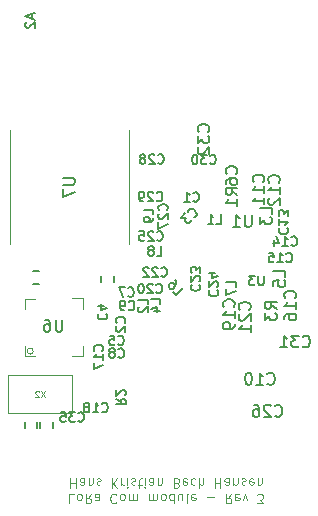
<source format=gbr>
G04 #@! TF.GenerationSoftware,KiCad,Pcbnew,(5.1.6)-1*
G04 #@! TF.CreationDate,2022-09-01T14:03:48+02:00*
G04 #@! TF.ProjectId,LoRa_Balloon,4c6f5261-5f42-4616-9c6c-6f6f6e2e6b69,2*
G04 #@! TF.SameCoordinates,Original*
G04 #@! TF.FileFunction,Legend,Bot*
G04 #@! TF.FilePolarity,Positive*
%FSLAX46Y46*%
G04 Gerber Fmt 4.6, Leading zero omitted, Abs format (unit mm)*
G04 Created by KiCad (PCBNEW (5.1.6)-1) date 2022-09-01 14:03:48*
%MOMM*%
%LPD*%
G01*
G04 APERTURE LIST*
%ADD10C,0.100000*%
%ADD11C,0.120000*%
%ADD12C,0.080000*%
%ADD13C,0.150000*%
%ADD14C,0.125000*%
G04 APERTURE END LIST*
D10*
X107209523Y-145288095D02*
X106828571Y-145288095D01*
X106828571Y-146088095D01*
X107590476Y-145288095D02*
X107514285Y-145326190D01*
X107476190Y-145364285D01*
X107438095Y-145440476D01*
X107438095Y-145669047D01*
X107476190Y-145745238D01*
X107514285Y-145783333D01*
X107590476Y-145821428D01*
X107704761Y-145821428D01*
X107780952Y-145783333D01*
X107819047Y-145745238D01*
X107857142Y-145669047D01*
X107857142Y-145440476D01*
X107819047Y-145364285D01*
X107780952Y-145326190D01*
X107704761Y-145288095D01*
X107590476Y-145288095D01*
X108657142Y-145288095D02*
X108390476Y-145669047D01*
X108200000Y-145288095D02*
X108200000Y-146088095D01*
X108504761Y-146088095D01*
X108580952Y-146050000D01*
X108619047Y-146011904D01*
X108657142Y-145935714D01*
X108657142Y-145821428D01*
X108619047Y-145745238D01*
X108580952Y-145707142D01*
X108504761Y-145669047D01*
X108200000Y-145669047D01*
X109342857Y-145288095D02*
X109342857Y-145707142D01*
X109304761Y-145783333D01*
X109228571Y-145821428D01*
X109076190Y-145821428D01*
X109000000Y-145783333D01*
X109342857Y-145326190D02*
X109266666Y-145288095D01*
X109076190Y-145288095D01*
X109000000Y-145326190D01*
X108961904Y-145402380D01*
X108961904Y-145478571D01*
X109000000Y-145554761D01*
X109076190Y-145592857D01*
X109266666Y-145592857D01*
X109342857Y-145630952D01*
X110790476Y-145364285D02*
X110752380Y-145326190D01*
X110638095Y-145288095D01*
X110561904Y-145288095D01*
X110447619Y-145326190D01*
X110371428Y-145402380D01*
X110333333Y-145478571D01*
X110295238Y-145630952D01*
X110295238Y-145745238D01*
X110333333Y-145897619D01*
X110371428Y-145973809D01*
X110447619Y-146050000D01*
X110561904Y-146088095D01*
X110638095Y-146088095D01*
X110752380Y-146050000D01*
X110790476Y-146011904D01*
X111247619Y-145288095D02*
X111171428Y-145326190D01*
X111133333Y-145364285D01*
X111095238Y-145440476D01*
X111095238Y-145669047D01*
X111133333Y-145745238D01*
X111171428Y-145783333D01*
X111247619Y-145821428D01*
X111361904Y-145821428D01*
X111438095Y-145783333D01*
X111476190Y-145745238D01*
X111514285Y-145669047D01*
X111514285Y-145440476D01*
X111476190Y-145364285D01*
X111438095Y-145326190D01*
X111361904Y-145288095D01*
X111247619Y-145288095D01*
X111857142Y-145288095D02*
X111857142Y-145821428D01*
X111857142Y-145745238D02*
X111895238Y-145783333D01*
X111971428Y-145821428D01*
X112085714Y-145821428D01*
X112161904Y-145783333D01*
X112200000Y-145707142D01*
X112200000Y-145288095D01*
X112200000Y-145707142D02*
X112238095Y-145783333D01*
X112314285Y-145821428D01*
X112428571Y-145821428D01*
X112504761Y-145783333D01*
X112542857Y-145707142D01*
X112542857Y-145288095D01*
X113533333Y-145288095D02*
X113533333Y-145821428D01*
X113533333Y-145745238D02*
X113571428Y-145783333D01*
X113647619Y-145821428D01*
X113761904Y-145821428D01*
X113838095Y-145783333D01*
X113876190Y-145707142D01*
X113876190Y-145288095D01*
X113876190Y-145707142D02*
X113914285Y-145783333D01*
X113990476Y-145821428D01*
X114104761Y-145821428D01*
X114180952Y-145783333D01*
X114219047Y-145707142D01*
X114219047Y-145288095D01*
X114714285Y-145288095D02*
X114638095Y-145326190D01*
X114600000Y-145364285D01*
X114561904Y-145440476D01*
X114561904Y-145669047D01*
X114600000Y-145745238D01*
X114638095Y-145783333D01*
X114714285Y-145821428D01*
X114828571Y-145821428D01*
X114904761Y-145783333D01*
X114942857Y-145745238D01*
X114980952Y-145669047D01*
X114980952Y-145440476D01*
X114942857Y-145364285D01*
X114904761Y-145326190D01*
X114828571Y-145288095D01*
X114714285Y-145288095D01*
X115666666Y-145288095D02*
X115666666Y-146088095D01*
X115666666Y-145326190D02*
X115590476Y-145288095D01*
X115438095Y-145288095D01*
X115361904Y-145326190D01*
X115323809Y-145364285D01*
X115285714Y-145440476D01*
X115285714Y-145669047D01*
X115323809Y-145745238D01*
X115361904Y-145783333D01*
X115438095Y-145821428D01*
X115590476Y-145821428D01*
X115666666Y-145783333D01*
X116390476Y-145821428D02*
X116390476Y-145288095D01*
X116047619Y-145821428D02*
X116047619Y-145402380D01*
X116085714Y-145326190D01*
X116161904Y-145288095D01*
X116276190Y-145288095D01*
X116352380Y-145326190D01*
X116390476Y-145364285D01*
X116885714Y-145288095D02*
X116809523Y-145326190D01*
X116771428Y-145402380D01*
X116771428Y-146088095D01*
X117495238Y-145326190D02*
X117419047Y-145288095D01*
X117266666Y-145288095D01*
X117190476Y-145326190D01*
X117152380Y-145402380D01*
X117152380Y-145707142D01*
X117190476Y-145783333D01*
X117266666Y-145821428D01*
X117419047Y-145821428D01*
X117495238Y-145783333D01*
X117533333Y-145707142D01*
X117533333Y-145630952D01*
X117152380Y-145554761D01*
X118485714Y-145592857D02*
X119095238Y-145592857D01*
X120542857Y-145288095D02*
X120276190Y-145669047D01*
X120085714Y-145288095D02*
X120085714Y-146088095D01*
X120390476Y-146088095D01*
X120466666Y-146050000D01*
X120504761Y-146011904D01*
X120542857Y-145935714D01*
X120542857Y-145821428D01*
X120504761Y-145745238D01*
X120466666Y-145707142D01*
X120390476Y-145669047D01*
X120085714Y-145669047D01*
X121190476Y-145326190D02*
X121114285Y-145288095D01*
X120961904Y-145288095D01*
X120885714Y-145326190D01*
X120847619Y-145402380D01*
X120847619Y-145707142D01*
X120885714Y-145783333D01*
X120961904Y-145821428D01*
X121114285Y-145821428D01*
X121190476Y-145783333D01*
X121228571Y-145707142D01*
X121228571Y-145630952D01*
X120847619Y-145554761D01*
X121495238Y-145821428D02*
X121685714Y-145288095D01*
X121876190Y-145821428D01*
X122714285Y-146088095D02*
X123209523Y-146088095D01*
X122942857Y-145783333D01*
X123057142Y-145783333D01*
X123133333Y-145745238D01*
X123171428Y-145707142D01*
X123209523Y-145630952D01*
X123209523Y-145440476D01*
X123171428Y-145364285D01*
X123133333Y-145326190D01*
X123057142Y-145288095D01*
X122828571Y-145288095D01*
X122752380Y-145326190D01*
X122714285Y-145364285D01*
X106885714Y-143988095D02*
X106885714Y-144788095D01*
X106885714Y-144407142D02*
X107342857Y-144407142D01*
X107342857Y-143988095D02*
X107342857Y-144788095D01*
X108066666Y-143988095D02*
X108066666Y-144407142D01*
X108028571Y-144483333D01*
X107952380Y-144521428D01*
X107800000Y-144521428D01*
X107723809Y-144483333D01*
X108066666Y-144026190D02*
X107990476Y-143988095D01*
X107800000Y-143988095D01*
X107723809Y-144026190D01*
X107685714Y-144102380D01*
X107685714Y-144178571D01*
X107723809Y-144254761D01*
X107800000Y-144292857D01*
X107990476Y-144292857D01*
X108066666Y-144330952D01*
X108447619Y-144521428D02*
X108447619Y-143988095D01*
X108447619Y-144445238D02*
X108485714Y-144483333D01*
X108561904Y-144521428D01*
X108676190Y-144521428D01*
X108752380Y-144483333D01*
X108790476Y-144407142D01*
X108790476Y-143988095D01*
X109133333Y-144026190D02*
X109209523Y-143988095D01*
X109361904Y-143988095D01*
X109438095Y-144026190D01*
X109476190Y-144102380D01*
X109476190Y-144140476D01*
X109438095Y-144216666D01*
X109361904Y-144254761D01*
X109247619Y-144254761D01*
X109171428Y-144292857D01*
X109133333Y-144369047D01*
X109133333Y-144407142D01*
X109171428Y-144483333D01*
X109247619Y-144521428D01*
X109361904Y-144521428D01*
X109438095Y-144483333D01*
X110428571Y-143988095D02*
X110428571Y-144788095D01*
X110885714Y-143988095D02*
X110542857Y-144445238D01*
X110885714Y-144788095D02*
X110428571Y-144330952D01*
X111228571Y-143988095D02*
X111228571Y-144521428D01*
X111228571Y-144369047D02*
X111266666Y-144445238D01*
X111304761Y-144483333D01*
X111380952Y-144521428D01*
X111457142Y-144521428D01*
X111723809Y-143988095D02*
X111723809Y-144521428D01*
X111723809Y-144788095D02*
X111685714Y-144750000D01*
X111723809Y-144711904D01*
X111761904Y-144750000D01*
X111723809Y-144788095D01*
X111723809Y-144711904D01*
X112066666Y-144026190D02*
X112142857Y-143988095D01*
X112295238Y-143988095D01*
X112371428Y-144026190D01*
X112409523Y-144102380D01*
X112409523Y-144140476D01*
X112371428Y-144216666D01*
X112295238Y-144254761D01*
X112180952Y-144254761D01*
X112104761Y-144292857D01*
X112066666Y-144369047D01*
X112066666Y-144407142D01*
X112104761Y-144483333D01*
X112180952Y-144521428D01*
X112295238Y-144521428D01*
X112371428Y-144483333D01*
X112638095Y-144521428D02*
X112942857Y-144521428D01*
X112752380Y-144788095D02*
X112752380Y-144102380D01*
X112790476Y-144026190D01*
X112866666Y-143988095D01*
X112942857Y-143988095D01*
X113209523Y-143988095D02*
X113209523Y-144521428D01*
X113209523Y-144788095D02*
X113171428Y-144750000D01*
X113209523Y-144711904D01*
X113247619Y-144750000D01*
X113209523Y-144788095D01*
X113209523Y-144711904D01*
X113933333Y-143988095D02*
X113933333Y-144407142D01*
X113895238Y-144483333D01*
X113819047Y-144521428D01*
X113666666Y-144521428D01*
X113590476Y-144483333D01*
X113933333Y-144026190D02*
X113857142Y-143988095D01*
X113666666Y-143988095D01*
X113590476Y-144026190D01*
X113552380Y-144102380D01*
X113552380Y-144178571D01*
X113590476Y-144254761D01*
X113666666Y-144292857D01*
X113857142Y-144292857D01*
X113933333Y-144330952D01*
X114314285Y-144521428D02*
X114314285Y-143988095D01*
X114314285Y-144445238D02*
X114352380Y-144483333D01*
X114428571Y-144521428D01*
X114542857Y-144521428D01*
X114619047Y-144483333D01*
X114657142Y-144407142D01*
X114657142Y-143988095D01*
X115914285Y-144407142D02*
X116028571Y-144369047D01*
X116066666Y-144330952D01*
X116104761Y-144254761D01*
X116104761Y-144140476D01*
X116066666Y-144064285D01*
X116028571Y-144026190D01*
X115952380Y-143988095D01*
X115647619Y-143988095D01*
X115647619Y-144788095D01*
X115914285Y-144788095D01*
X115990476Y-144750000D01*
X116028571Y-144711904D01*
X116066666Y-144635714D01*
X116066666Y-144559523D01*
X116028571Y-144483333D01*
X115990476Y-144445238D01*
X115914285Y-144407142D01*
X115647619Y-144407142D01*
X116752380Y-144026190D02*
X116676190Y-143988095D01*
X116523809Y-143988095D01*
X116447619Y-144026190D01*
X116409523Y-144102380D01*
X116409523Y-144407142D01*
X116447619Y-144483333D01*
X116523809Y-144521428D01*
X116676190Y-144521428D01*
X116752380Y-144483333D01*
X116790476Y-144407142D01*
X116790476Y-144330952D01*
X116409523Y-144254761D01*
X117476190Y-144026190D02*
X117400000Y-143988095D01*
X117247619Y-143988095D01*
X117171428Y-144026190D01*
X117133333Y-144064285D01*
X117095238Y-144140476D01*
X117095238Y-144369047D01*
X117133333Y-144445238D01*
X117171428Y-144483333D01*
X117247619Y-144521428D01*
X117400000Y-144521428D01*
X117476190Y-144483333D01*
X117819047Y-143988095D02*
X117819047Y-144788095D01*
X118161904Y-143988095D02*
X118161904Y-144407142D01*
X118123809Y-144483333D01*
X118047619Y-144521428D01*
X117933333Y-144521428D01*
X117857142Y-144483333D01*
X117819047Y-144445238D01*
X119152380Y-143988095D02*
X119152380Y-144788095D01*
X119152380Y-144407142D02*
X119609523Y-144407142D01*
X119609523Y-143988095D02*
X119609523Y-144788095D01*
X120333333Y-143988095D02*
X120333333Y-144407142D01*
X120295238Y-144483333D01*
X120219047Y-144521428D01*
X120066666Y-144521428D01*
X119990476Y-144483333D01*
X120333333Y-144026190D02*
X120257142Y-143988095D01*
X120066666Y-143988095D01*
X119990476Y-144026190D01*
X119952380Y-144102380D01*
X119952380Y-144178571D01*
X119990476Y-144254761D01*
X120066666Y-144292857D01*
X120257142Y-144292857D01*
X120333333Y-144330952D01*
X120714285Y-144521428D02*
X120714285Y-143988095D01*
X120714285Y-144445238D02*
X120752380Y-144483333D01*
X120828571Y-144521428D01*
X120942857Y-144521428D01*
X121019047Y-144483333D01*
X121057142Y-144407142D01*
X121057142Y-143988095D01*
X121400000Y-144026190D02*
X121476190Y-143988095D01*
X121628571Y-143988095D01*
X121704761Y-144026190D01*
X121742857Y-144102380D01*
X121742857Y-144140476D01*
X121704761Y-144216666D01*
X121628571Y-144254761D01*
X121514285Y-144254761D01*
X121438095Y-144292857D01*
X121400000Y-144369047D01*
X121400000Y-144407142D01*
X121438095Y-144483333D01*
X121514285Y-144521428D01*
X121628571Y-144521428D01*
X121704761Y-144483333D01*
X122390476Y-144026190D02*
X122314285Y-143988095D01*
X122161904Y-143988095D01*
X122085714Y-144026190D01*
X122047619Y-144102380D01*
X122047619Y-144407142D01*
X122085714Y-144483333D01*
X122161904Y-144521428D01*
X122314285Y-144521428D01*
X122390476Y-144483333D01*
X122428571Y-144407142D01*
X122428571Y-144330952D01*
X122047619Y-144254761D01*
X122771428Y-144521428D02*
X122771428Y-143988095D01*
X122771428Y-144445238D02*
X122809523Y-144483333D01*
X122885714Y-144521428D01*
X123000000Y-144521428D01*
X123076190Y-144483333D01*
X123114285Y-144407142D01*
X123114285Y-143988095D01*
D11*
X101780000Y-114470000D02*
X101780000Y-124170000D01*
X111880000Y-114470000D02*
X111880000Y-124170000D01*
D12*
X101630000Y-138480000D02*
X107030000Y-138480000D01*
X107030000Y-135280000D02*
X107030000Y-138480000D01*
X101630000Y-135280000D02*
X107030000Y-135280000D01*
X101630000Y-138480000D02*
X101630000Y-135280000D01*
D11*
X103050000Y-133670000D02*
X103950000Y-133670000D01*
X103950000Y-133670000D02*
X103050000Y-133670000D01*
X103050000Y-133670000D02*
X103050000Y-132770000D01*
X103050000Y-129670000D02*
X103050000Y-128770000D01*
X103950000Y-128770000D02*
X103050000Y-128770000D01*
X107050000Y-128720000D02*
X107950000Y-128720000D01*
X107950000Y-128720000D02*
X107950000Y-129670000D01*
X107950000Y-132770000D02*
X107950000Y-133670000D01*
X107950000Y-133670000D02*
X107050000Y-133670000D01*
X103754951Y-133220000D02*
G75*
G03*
X103754951Y-133220000I-254951J0D01*
G01*
D13*
X104230000Y-127515000D02*
X103730000Y-127515000D01*
X103730000Y-126465000D02*
X104230000Y-126465000D01*
X103065000Y-139750000D02*
X103065000Y-139250000D01*
X104115000Y-139250000D02*
X104115000Y-139750000D01*
X104365000Y-139750000D02*
X104365000Y-139250000D01*
X105415000Y-139250000D02*
X105415000Y-139750000D01*
X110565000Y-126880000D02*
X110565000Y-127380000D01*
X109515000Y-127380000D02*
X109515000Y-126880000D01*
X106282380Y-118558095D02*
X107091904Y-118558095D01*
X107187142Y-118605714D01*
X107234761Y-118653333D01*
X107282380Y-118748571D01*
X107282380Y-118939047D01*
X107234761Y-119034285D01*
X107187142Y-119081904D01*
X107091904Y-119129523D01*
X106282380Y-119129523D01*
X106282380Y-119510476D02*
X106282380Y-120177142D01*
X107282380Y-119748571D01*
X107574285Y-139115714D02*
X107612380Y-139153809D01*
X107726666Y-139191904D01*
X107802857Y-139191904D01*
X107917142Y-139153809D01*
X107993333Y-139077619D01*
X108031428Y-139001428D01*
X108069523Y-138849047D01*
X108069523Y-138734761D01*
X108031428Y-138582380D01*
X107993333Y-138506190D01*
X107917142Y-138430000D01*
X107802857Y-138391904D01*
X107726666Y-138391904D01*
X107612380Y-138430000D01*
X107574285Y-138468095D01*
X107307619Y-138391904D02*
X106812380Y-138391904D01*
X107079047Y-138696666D01*
X106964761Y-138696666D01*
X106888571Y-138734761D01*
X106850476Y-138772857D01*
X106812380Y-138849047D01*
X106812380Y-139039523D01*
X106850476Y-139115714D01*
X106888571Y-139153809D01*
X106964761Y-139191904D01*
X107193333Y-139191904D01*
X107269523Y-139153809D01*
X107307619Y-139115714D01*
X106088571Y-138391904D02*
X106469523Y-138391904D01*
X106507619Y-138772857D01*
X106469523Y-138734761D01*
X106393333Y-138696666D01*
X106202857Y-138696666D01*
X106126666Y-138734761D01*
X106088571Y-138772857D01*
X106050476Y-138849047D01*
X106050476Y-139039523D01*
X106088571Y-139115714D01*
X106126666Y-139153809D01*
X106202857Y-139191904D01*
X106393333Y-139191904D01*
X106469523Y-139153809D01*
X106507619Y-139115714D01*
X123279523Y-126821904D02*
X123279523Y-127469523D01*
X123241428Y-127545714D01*
X123203333Y-127583809D01*
X123127142Y-127621904D01*
X122974761Y-127621904D01*
X122898571Y-127583809D01*
X122860476Y-127545714D01*
X122822380Y-127469523D01*
X122822380Y-126821904D01*
X122517619Y-126821904D02*
X122022380Y-126821904D01*
X122289047Y-127126666D01*
X122174761Y-127126666D01*
X122098571Y-127164761D01*
X122060476Y-127202857D01*
X122022380Y-127279047D01*
X122022380Y-127469523D01*
X122060476Y-127545714D01*
X122098571Y-127583809D01*
X122174761Y-127621904D01*
X122403333Y-127621904D01*
X122479523Y-127583809D01*
X122517619Y-127545714D01*
X122251904Y-121682380D02*
X122251904Y-122491904D01*
X122204285Y-122587142D01*
X122156666Y-122634761D01*
X122061428Y-122682380D01*
X121870952Y-122682380D01*
X121775714Y-122634761D01*
X121728095Y-122587142D01*
X121680476Y-122491904D01*
X121680476Y-121682380D01*
X120680476Y-122682380D02*
X121251904Y-122682380D01*
X120966190Y-122682380D02*
X120966190Y-121682380D01*
X121061428Y-121825238D01*
X121156666Y-121920476D01*
X121251904Y-121968095D01*
D14*
X104734761Y-136606190D02*
X104401428Y-137106190D01*
X104401428Y-136606190D02*
X104734761Y-137106190D01*
X104234761Y-136653809D02*
X104210952Y-136630000D01*
X104163333Y-136606190D01*
X104044285Y-136606190D01*
X103996666Y-136630000D01*
X103972857Y-136653809D01*
X103949047Y-136701428D01*
X103949047Y-136749047D01*
X103972857Y-136820476D01*
X104258571Y-137106190D01*
X103949047Y-137106190D01*
D13*
X103663333Y-104688571D02*
X103663333Y-105069523D01*
X103891904Y-104612380D02*
X103091904Y-104879047D01*
X103891904Y-105145714D01*
X103168095Y-105374285D02*
X103130000Y-105412380D01*
X103091904Y-105488571D01*
X103091904Y-105679047D01*
X103130000Y-105755238D01*
X103168095Y-105793333D01*
X103244285Y-105831428D01*
X103320476Y-105831428D01*
X103434761Y-105793333D01*
X103891904Y-105336190D01*
X103891904Y-105831428D01*
X109594874Y-133190914D02*
X109632969Y-133152819D01*
X109671064Y-133038533D01*
X109671064Y-132962342D01*
X109632969Y-132848057D01*
X109556779Y-132771866D01*
X109480588Y-132733771D01*
X109328207Y-132695676D01*
X109213921Y-132695676D01*
X109061540Y-132733771D01*
X108985350Y-132771866D01*
X108909160Y-132848057D01*
X108871064Y-132962342D01*
X108871064Y-133038533D01*
X108909160Y-133152819D01*
X108947255Y-133190914D01*
X109671064Y-133952819D02*
X109671064Y-133495676D01*
X109671064Y-133724247D02*
X108871064Y-133724247D01*
X108985350Y-133648057D01*
X109061540Y-133571866D01*
X109099636Y-133495676D01*
X108871064Y-134219485D02*
X108871064Y-134752819D01*
X109671064Y-134409961D01*
X106221904Y-130562380D02*
X106221904Y-131371904D01*
X106174285Y-131467142D01*
X106126666Y-131514761D01*
X106031428Y-131562380D01*
X105840952Y-131562380D01*
X105745714Y-131514761D01*
X105698095Y-131467142D01*
X105650476Y-131371904D01*
X105650476Y-130562380D01*
X104745714Y-130562380D02*
X104936190Y-130562380D01*
X105031428Y-130610000D01*
X105079047Y-130657619D01*
X105174285Y-130800476D01*
X105221904Y-130990952D01*
X105221904Y-131371904D01*
X105174285Y-131467142D01*
X105126666Y-131514761D01*
X105031428Y-131562380D01*
X104840952Y-131562380D01*
X104745714Y-131514761D01*
X104698095Y-131467142D01*
X104650476Y-131371904D01*
X104650476Y-131133809D01*
X104698095Y-131038571D01*
X104745714Y-130990952D01*
X104840952Y-130943333D01*
X105031428Y-130943333D01*
X105126666Y-130990952D01*
X105174285Y-131038571D01*
X105221904Y-131133809D01*
X109284285Y-130043333D02*
X109246190Y-130081428D01*
X109208095Y-130195714D01*
X109208095Y-130271904D01*
X109246190Y-130386190D01*
X109322380Y-130462380D01*
X109398571Y-130500476D01*
X109550952Y-130538571D01*
X109665238Y-130538571D01*
X109817619Y-130500476D01*
X109893809Y-130462380D01*
X109970000Y-130386190D01*
X110008095Y-130271904D01*
X110008095Y-130195714D01*
X109970000Y-130081428D01*
X109931904Y-130043333D01*
X109741428Y-129357619D02*
X109208095Y-129357619D01*
X110046190Y-129548095D02*
X109474761Y-129738571D01*
X109474761Y-129243333D01*
X120957142Y-118203333D02*
X121004761Y-118155714D01*
X121052380Y-118012857D01*
X121052380Y-117917619D01*
X121004761Y-117774761D01*
X120909523Y-117679523D01*
X120814285Y-117631904D01*
X120623809Y-117584285D01*
X120480952Y-117584285D01*
X120290476Y-117631904D01*
X120195238Y-117679523D01*
X120100000Y-117774761D01*
X120052380Y-117917619D01*
X120052380Y-118012857D01*
X120100000Y-118155714D01*
X120147619Y-118203333D01*
X120052380Y-119060476D02*
X120052380Y-118870000D01*
X120100000Y-118774761D01*
X120147619Y-118727142D01*
X120290476Y-118631904D01*
X120480952Y-118584285D01*
X120861904Y-118584285D01*
X120957142Y-118631904D01*
X121004761Y-118679523D01*
X121052380Y-118774761D01*
X121052380Y-118965238D01*
X121004761Y-119060476D01*
X120957142Y-119108095D01*
X120861904Y-119155714D01*
X120623809Y-119155714D01*
X120528571Y-119108095D01*
X120480952Y-119060476D01*
X120433333Y-118965238D01*
X120433333Y-118774761D01*
X120480952Y-118679523D01*
X120528571Y-118631904D01*
X120623809Y-118584285D01*
X123237142Y-118887142D02*
X123284761Y-118839523D01*
X123332380Y-118696666D01*
X123332380Y-118601428D01*
X123284761Y-118458571D01*
X123189523Y-118363333D01*
X123094285Y-118315714D01*
X122903809Y-118268095D01*
X122760952Y-118268095D01*
X122570476Y-118315714D01*
X122475238Y-118363333D01*
X122380000Y-118458571D01*
X122332380Y-118601428D01*
X122332380Y-118696666D01*
X122380000Y-118839523D01*
X122427619Y-118887142D01*
X123332380Y-119839523D02*
X123332380Y-119268095D01*
X123332380Y-119553809D02*
X122332380Y-119553809D01*
X122475238Y-119458571D01*
X122570476Y-119363333D01*
X122618095Y-119268095D01*
X123332380Y-120791904D02*
X123332380Y-120220476D01*
X123332380Y-120506190D02*
X122332380Y-120506190D01*
X122475238Y-120410952D01*
X122570476Y-120315714D01*
X122618095Y-120220476D01*
X124557142Y-118947142D02*
X124604761Y-118899523D01*
X124652380Y-118756666D01*
X124652380Y-118661428D01*
X124604761Y-118518571D01*
X124509523Y-118423333D01*
X124414285Y-118375714D01*
X124223809Y-118328095D01*
X124080952Y-118328095D01*
X123890476Y-118375714D01*
X123795238Y-118423333D01*
X123700000Y-118518571D01*
X123652380Y-118661428D01*
X123652380Y-118756666D01*
X123700000Y-118899523D01*
X123747619Y-118947142D01*
X124652380Y-119899523D02*
X124652380Y-119328095D01*
X124652380Y-119613809D02*
X123652380Y-119613809D01*
X123795238Y-119518571D01*
X123890476Y-119423333D01*
X123938095Y-119328095D01*
X123747619Y-120280476D02*
X123700000Y-120328095D01*
X123652380Y-120423333D01*
X123652380Y-120661428D01*
X123700000Y-120756666D01*
X123747619Y-120804285D01*
X123842857Y-120851904D01*
X123938095Y-120851904D01*
X124080952Y-120804285D01*
X124652380Y-120232857D01*
X124652380Y-120851904D01*
X114314285Y-117275714D02*
X114352380Y-117313809D01*
X114466666Y-117351904D01*
X114542857Y-117351904D01*
X114657142Y-117313809D01*
X114733333Y-117237619D01*
X114771428Y-117161428D01*
X114809523Y-117009047D01*
X114809523Y-116894761D01*
X114771428Y-116742380D01*
X114733333Y-116666190D01*
X114657142Y-116590000D01*
X114542857Y-116551904D01*
X114466666Y-116551904D01*
X114352380Y-116590000D01*
X114314285Y-116628095D01*
X114009523Y-116628095D02*
X113971428Y-116590000D01*
X113895238Y-116551904D01*
X113704761Y-116551904D01*
X113628571Y-116590000D01*
X113590476Y-116628095D01*
X113552380Y-116704285D01*
X113552380Y-116780476D01*
X113590476Y-116894761D01*
X114047619Y-117351904D01*
X113552380Y-117351904D01*
X113095238Y-116894761D02*
X113171428Y-116856666D01*
X113209523Y-116818571D01*
X113247619Y-116742380D01*
X113247619Y-116704285D01*
X113209523Y-116628095D01*
X113171428Y-116590000D01*
X113095238Y-116551904D01*
X112942857Y-116551904D01*
X112866666Y-116590000D01*
X112828571Y-116628095D01*
X112790476Y-116704285D01*
X112790476Y-116742380D01*
X112828571Y-116818571D01*
X112866666Y-116856666D01*
X112942857Y-116894761D01*
X113095238Y-116894761D01*
X113171428Y-116932857D01*
X113209523Y-116970952D01*
X113247619Y-117047142D01*
X113247619Y-117199523D01*
X113209523Y-117275714D01*
X113171428Y-117313809D01*
X113095238Y-117351904D01*
X112942857Y-117351904D01*
X112866666Y-117313809D01*
X112828571Y-117275714D01*
X112790476Y-117199523D01*
X112790476Y-117047142D01*
X112828571Y-116970952D01*
X112866666Y-116932857D01*
X112942857Y-116894761D01*
X126572857Y-132803142D02*
X126620476Y-132850761D01*
X126763333Y-132898380D01*
X126858571Y-132898380D01*
X127001428Y-132850761D01*
X127096666Y-132755523D01*
X127144285Y-132660285D01*
X127191904Y-132469809D01*
X127191904Y-132326952D01*
X127144285Y-132136476D01*
X127096666Y-132041238D01*
X127001428Y-131946000D01*
X126858571Y-131898380D01*
X126763333Y-131898380D01*
X126620476Y-131946000D01*
X126572857Y-131993619D01*
X126239523Y-131898380D02*
X125620476Y-131898380D01*
X125953809Y-132279333D01*
X125810952Y-132279333D01*
X125715714Y-132326952D01*
X125668095Y-132374571D01*
X125620476Y-132469809D01*
X125620476Y-132707904D01*
X125668095Y-132803142D01*
X125715714Y-132850761D01*
X125810952Y-132898380D01*
X126096666Y-132898380D01*
X126191904Y-132850761D01*
X126239523Y-132803142D01*
X124668095Y-132898380D02*
X125239523Y-132898380D01*
X124953809Y-132898380D02*
X124953809Y-131898380D01*
X125049047Y-132041238D01*
X125144285Y-132136476D01*
X125239523Y-132184095D01*
X124242857Y-138677142D02*
X124290476Y-138724761D01*
X124433333Y-138772380D01*
X124528571Y-138772380D01*
X124671428Y-138724761D01*
X124766666Y-138629523D01*
X124814285Y-138534285D01*
X124861904Y-138343809D01*
X124861904Y-138200952D01*
X124814285Y-138010476D01*
X124766666Y-137915238D01*
X124671428Y-137820000D01*
X124528571Y-137772380D01*
X124433333Y-137772380D01*
X124290476Y-137820000D01*
X124242857Y-137867619D01*
X123861904Y-137867619D02*
X123814285Y-137820000D01*
X123719047Y-137772380D01*
X123480952Y-137772380D01*
X123385714Y-137820000D01*
X123338095Y-137867619D01*
X123290476Y-137962857D01*
X123290476Y-138058095D01*
X123338095Y-138200952D01*
X123909523Y-138772380D01*
X123290476Y-138772380D01*
X122433333Y-137772380D02*
X122623809Y-137772380D01*
X122719047Y-137820000D01*
X122766666Y-137867619D01*
X122861904Y-138010476D01*
X122909523Y-138200952D01*
X122909523Y-138581904D01*
X122861904Y-138677142D01*
X122814285Y-138724761D01*
X122719047Y-138772380D01*
X122528571Y-138772380D01*
X122433333Y-138724761D01*
X122385714Y-138677142D01*
X122338095Y-138581904D01*
X122338095Y-138343809D01*
X122385714Y-138248571D01*
X122433333Y-138200952D01*
X122528571Y-138153333D01*
X122719047Y-138153333D01*
X122814285Y-138200952D01*
X122861904Y-138248571D01*
X122909523Y-138343809D01*
X113911904Y-121616666D02*
X113911904Y-121235714D01*
X113111904Y-121235714D01*
X113911904Y-121921428D02*
X113911904Y-122073809D01*
X113873809Y-122150000D01*
X113835714Y-122188095D01*
X113721428Y-122264285D01*
X113569047Y-122302380D01*
X113264285Y-122302380D01*
X113188095Y-122264285D01*
X113150000Y-122226190D01*
X113111904Y-122150000D01*
X113111904Y-121997619D01*
X113150000Y-121921428D01*
X113188095Y-121883333D01*
X113264285Y-121845238D01*
X113454761Y-121845238D01*
X113530952Y-121883333D01*
X113569047Y-121921428D01*
X113607142Y-121997619D01*
X113607142Y-122150000D01*
X113569047Y-122226190D01*
X113530952Y-122264285D01*
X113454761Y-122302380D01*
X113451904Y-129246666D02*
X113451904Y-128865714D01*
X112651904Y-128865714D01*
X112728095Y-129475238D02*
X112690000Y-129513333D01*
X112651904Y-129589523D01*
X112651904Y-129780000D01*
X112690000Y-129856190D01*
X112728095Y-129894285D01*
X112804285Y-129932380D01*
X112880476Y-129932380D01*
X112994761Y-129894285D01*
X113451904Y-129437142D01*
X113451904Y-129932380D01*
X117313333Y-120485714D02*
X117351428Y-120523809D01*
X117465714Y-120561904D01*
X117541904Y-120561904D01*
X117656190Y-120523809D01*
X117732380Y-120447619D01*
X117770476Y-120371428D01*
X117808571Y-120219047D01*
X117808571Y-120104761D01*
X117770476Y-119952380D01*
X117732380Y-119876190D01*
X117656190Y-119800000D01*
X117541904Y-119761904D01*
X117465714Y-119761904D01*
X117351428Y-119800000D01*
X117313333Y-119838095D01*
X116551428Y-120561904D02*
X117008571Y-120561904D01*
X116780000Y-120561904D02*
X116780000Y-119761904D01*
X116856190Y-119876190D01*
X116932380Y-119952380D01*
X117008571Y-119990476D01*
X111495714Y-130796666D02*
X111533809Y-130758571D01*
X111571904Y-130644285D01*
X111571904Y-130568095D01*
X111533809Y-130453809D01*
X111457619Y-130377619D01*
X111381428Y-130339523D01*
X111229047Y-130301428D01*
X111114761Y-130301428D01*
X110962380Y-130339523D01*
X110886190Y-130377619D01*
X110810000Y-130453809D01*
X110771904Y-130568095D01*
X110771904Y-130644285D01*
X110810000Y-130758571D01*
X110848095Y-130796666D01*
X110848095Y-131101428D02*
X110810000Y-131139523D01*
X110771904Y-131215714D01*
X110771904Y-131406190D01*
X110810000Y-131482380D01*
X110848095Y-131520476D01*
X110924285Y-131558571D01*
X111000476Y-131558571D01*
X111114761Y-131520476D01*
X111571904Y-131063333D01*
X111571904Y-131558571D01*
X117336311Y-121887749D02*
X117390186Y-121887749D01*
X117497935Y-121833874D01*
X117551810Y-121780000D01*
X117605685Y-121672250D01*
X117605685Y-121564500D01*
X117578748Y-121483688D01*
X117497935Y-121349001D01*
X117417123Y-121268189D01*
X117282436Y-121187377D01*
X117201624Y-121160439D01*
X117093874Y-121160439D01*
X116986125Y-121214314D01*
X116932250Y-121268189D01*
X116878375Y-121375938D01*
X116878375Y-121429813D01*
X116635938Y-121564500D02*
X116285752Y-121914687D01*
X116689813Y-121941624D01*
X116609001Y-122022436D01*
X116582064Y-122103248D01*
X116582064Y-122157123D01*
X116609001Y-122237935D01*
X116743688Y-122372622D01*
X116824500Y-122399560D01*
X116878375Y-122399560D01*
X116959187Y-122372622D01*
X117120812Y-122210998D01*
X117147749Y-122130186D01*
X117147749Y-122076311D01*
X110943333Y-132625714D02*
X110981428Y-132663809D01*
X111095714Y-132701904D01*
X111171904Y-132701904D01*
X111286190Y-132663809D01*
X111362380Y-132587619D01*
X111400476Y-132511428D01*
X111438571Y-132359047D01*
X111438571Y-132244761D01*
X111400476Y-132092380D01*
X111362380Y-132016190D01*
X111286190Y-131940000D01*
X111171904Y-131901904D01*
X111095714Y-131901904D01*
X110981428Y-131940000D01*
X110943333Y-131978095D01*
X110219523Y-131901904D02*
X110600476Y-131901904D01*
X110638571Y-132282857D01*
X110600476Y-132244761D01*
X110524285Y-132206666D01*
X110333809Y-132206666D01*
X110257619Y-132244761D01*
X110219523Y-132282857D01*
X110181428Y-132359047D01*
X110181428Y-132549523D01*
X110219523Y-132625714D01*
X110257619Y-132663809D01*
X110333809Y-132701904D01*
X110524285Y-132701904D01*
X110600476Y-132663809D01*
X110638571Y-132625714D01*
X111783333Y-128555714D02*
X111821428Y-128593809D01*
X111935714Y-128631904D01*
X112011904Y-128631904D01*
X112126190Y-128593809D01*
X112202380Y-128517619D01*
X112240476Y-128441428D01*
X112278571Y-128289047D01*
X112278571Y-128174761D01*
X112240476Y-128022380D01*
X112202380Y-127946190D01*
X112126190Y-127870000D01*
X112011904Y-127831904D01*
X111935714Y-127831904D01*
X111821428Y-127870000D01*
X111783333Y-127908095D01*
X111516666Y-127831904D02*
X110983333Y-127831904D01*
X111326190Y-128631904D01*
X110973333Y-133715714D02*
X111011428Y-133753809D01*
X111125714Y-133791904D01*
X111201904Y-133791904D01*
X111316190Y-133753809D01*
X111392380Y-133677619D01*
X111430476Y-133601428D01*
X111468571Y-133449047D01*
X111468571Y-133334761D01*
X111430476Y-133182380D01*
X111392380Y-133106190D01*
X111316190Y-133030000D01*
X111201904Y-132991904D01*
X111125714Y-132991904D01*
X111011428Y-133030000D01*
X110973333Y-133068095D01*
X110516190Y-133334761D02*
X110592380Y-133296666D01*
X110630476Y-133258571D01*
X110668571Y-133182380D01*
X110668571Y-133144285D01*
X110630476Y-133068095D01*
X110592380Y-133030000D01*
X110516190Y-132991904D01*
X110363809Y-132991904D01*
X110287619Y-133030000D01*
X110249523Y-133068095D01*
X110211428Y-133144285D01*
X110211428Y-133182380D01*
X110249523Y-133258571D01*
X110287619Y-133296666D01*
X110363809Y-133334761D01*
X110516190Y-133334761D01*
X110592380Y-133372857D01*
X110630476Y-133410952D01*
X110668571Y-133487142D01*
X110668571Y-133639523D01*
X110630476Y-133715714D01*
X110592380Y-133753809D01*
X110516190Y-133791904D01*
X110363809Y-133791904D01*
X110287619Y-133753809D01*
X110249523Y-133715714D01*
X110211428Y-133639523D01*
X110211428Y-133487142D01*
X110249523Y-133410952D01*
X110287619Y-133372857D01*
X110363809Y-133334761D01*
X111833333Y-129665714D02*
X111871428Y-129703809D01*
X111985714Y-129741904D01*
X112061904Y-129741904D01*
X112176190Y-129703809D01*
X112252380Y-129627619D01*
X112290476Y-129551428D01*
X112328571Y-129399047D01*
X112328571Y-129284761D01*
X112290476Y-129132380D01*
X112252380Y-129056190D01*
X112176190Y-128980000D01*
X112061904Y-128941904D01*
X111985714Y-128941904D01*
X111871428Y-128980000D01*
X111833333Y-129018095D01*
X111452380Y-129741904D02*
X111300000Y-129741904D01*
X111223809Y-129703809D01*
X111185714Y-129665714D01*
X111109523Y-129551428D01*
X111071428Y-129399047D01*
X111071428Y-129094285D01*
X111109523Y-129018095D01*
X111147619Y-128980000D01*
X111223809Y-128941904D01*
X111376190Y-128941904D01*
X111452380Y-128980000D01*
X111490476Y-129018095D01*
X111528571Y-129094285D01*
X111528571Y-129284761D01*
X111490476Y-129360952D01*
X111452380Y-129399047D01*
X111376190Y-129437142D01*
X111223809Y-129437142D01*
X111147619Y-129399047D01*
X111109523Y-129360952D01*
X111071428Y-129284761D01*
X123594677Y-135967142D02*
X123642296Y-136014761D01*
X123785153Y-136062380D01*
X123880391Y-136062380D01*
X124023248Y-136014761D01*
X124118486Y-135919523D01*
X124166105Y-135824285D01*
X124213724Y-135633809D01*
X124213724Y-135490952D01*
X124166105Y-135300476D01*
X124118486Y-135205238D01*
X124023248Y-135110000D01*
X123880391Y-135062380D01*
X123785153Y-135062380D01*
X123642296Y-135110000D01*
X123594677Y-135157619D01*
X122642296Y-136062380D02*
X123213724Y-136062380D01*
X122928010Y-136062380D02*
X122928010Y-135062380D01*
X123023248Y-135205238D01*
X123118486Y-135300476D01*
X123213724Y-135348095D01*
X122023248Y-135062380D02*
X121928010Y-135062380D01*
X121832772Y-135110000D01*
X121785153Y-135157619D01*
X121737534Y-135252857D01*
X121689915Y-135443333D01*
X121689915Y-135681428D01*
X121737534Y-135871904D01*
X121785153Y-135967142D01*
X121832772Y-136014761D01*
X121928010Y-136062380D01*
X122023248Y-136062380D01*
X122118486Y-136014761D01*
X122166105Y-135967142D01*
X122213724Y-135871904D01*
X122261343Y-135681428D01*
X122261343Y-135443333D01*
X122213724Y-135252857D01*
X122166105Y-135157619D01*
X122118486Y-135110000D01*
X122023248Y-135062380D01*
X124604285Y-122824285D02*
X124566190Y-122862380D01*
X124528095Y-122976666D01*
X124528095Y-123052857D01*
X124566190Y-123167142D01*
X124642380Y-123243333D01*
X124718571Y-123281428D01*
X124870952Y-123319523D01*
X124985238Y-123319523D01*
X125137619Y-123281428D01*
X125213809Y-123243333D01*
X125290000Y-123167142D01*
X125328095Y-123052857D01*
X125328095Y-122976666D01*
X125290000Y-122862380D01*
X125251904Y-122824285D01*
X124528095Y-122062380D02*
X124528095Y-122519523D01*
X124528095Y-122290952D02*
X125328095Y-122290952D01*
X125213809Y-122367142D01*
X125137619Y-122443333D01*
X125099523Y-122519523D01*
X125328095Y-121795714D02*
X125328095Y-121300476D01*
X125023333Y-121567142D01*
X125023333Y-121452857D01*
X124985238Y-121376666D01*
X124947142Y-121338571D01*
X124870952Y-121300476D01*
X124680476Y-121300476D01*
X124604285Y-121338571D01*
X124566190Y-121376666D01*
X124528095Y-121452857D01*
X124528095Y-121681428D01*
X124566190Y-121757619D01*
X124604285Y-121795714D01*
X125604285Y-124235714D02*
X125642380Y-124273809D01*
X125756666Y-124311904D01*
X125832857Y-124311904D01*
X125947142Y-124273809D01*
X126023333Y-124197619D01*
X126061428Y-124121428D01*
X126099523Y-123969047D01*
X126099523Y-123854761D01*
X126061428Y-123702380D01*
X126023333Y-123626190D01*
X125947142Y-123550000D01*
X125832857Y-123511904D01*
X125756666Y-123511904D01*
X125642380Y-123550000D01*
X125604285Y-123588095D01*
X124842380Y-124311904D02*
X125299523Y-124311904D01*
X125070952Y-124311904D02*
X125070952Y-123511904D01*
X125147142Y-123626190D01*
X125223333Y-123702380D01*
X125299523Y-123740476D01*
X124156666Y-123778571D02*
X124156666Y-124311904D01*
X124347142Y-123473809D02*
X124537619Y-124045238D01*
X124042380Y-124045238D01*
X125204285Y-125615714D02*
X125242380Y-125653809D01*
X125356666Y-125691904D01*
X125432857Y-125691904D01*
X125547142Y-125653809D01*
X125623333Y-125577619D01*
X125661428Y-125501428D01*
X125699523Y-125349047D01*
X125699523Y-125234761D01*
X125661428Y-125082380D01*
X125623333Y-125006190D01*
X125547142Y-124930000D01*
X125432857Y-124891904D01*
X125356666Y-124891904D01*
X125242380Y-124930000D01*
X125204285Y-124968095D01*
X124442380Y-125691904D02*
X124899523Y-125691904D01*
X124670952Y-125691904D02*
X124670952Y-124891904D01*
X124747142Y-125006190D01*
X124823333Y-125082380D01*
X124899523Y-125120476D01*
X123718571Y-124891904D02*
X124099523Y-124891904D01*
X124137619Y-125272857D01*
X124099523Y-125234761D01*
X124023333Y-125196666D01*
X123832857Y-125196666D01*
X123756666Y-125234761D01*
X123718571Y-125272857D01*
X123680476Y-125349047D01*
X123680476Y-125539523D01*
X123718571Y-125615714D01*
X123756666Y-125653809D01*
X123832857Y-125691904D01*
X124023333Y-125691904D01*
X124099523Y-125653809D01*
X124137619Y-125615714D01*
X125927142Y-128707142D02*
X125974761Y-128659523D01*
X126022380Y-128516666D01*
X126022380Y-128421428D01*
X125974761Y-128278571D01*
X125879523Y-128183333D01*
X125784285Y-128135714D01*
X125593809Y-128088095D01*
X125450952Y-128088095D01*
X125260476Y-128135714D01*
X125165238Y-128183333D01*
X125070000Y-128278571D01*
X125022380Y-128421428D01*
X125022380Y-128516666D01*
X125070000Y-128659523D01*
X125117619Y-128707142D01*
X126022380Y-129659523D02*
X126022380Y-129088095D01*
X126022380Y-129373809D02*
X125022380Y-129373809D01*
X125165238Y-129278571D01*
X125260476Y-129183333D01*
X125308095Y-129088095D01*
X125022380Y-130516666D02*
X125022380Y-130326190D01*
X125070000Y-130230952D01*
X125117619Y-130183333D01*
X125260476Y-130088095D01*
X125450952Y-130040476D01*
X125831904Y-130040476D01*
X125927142Y-130088095D01*
X125974761Y-130135714D01*
X126022380Y-130230952D01*
X126022380Y-130421428D01*
X125974761Y-130516666D01*
X125927142Y-130564285D01*
X125831904Y-130611904D01*
X125593809Y-130611904D01*
X125498571Y-130564285D01*
X125450952Y-130516666D01*
X125403333Y-130421428D01*
X125403333Y-130230952D01*
X125450952Y-130135714D01*
X125498571Y-130088095D01*
X125593809Y-130040476D01*
X109582465Y-138332234D02*
X109620560Y-138370329D01*
X109734846Y-138408424D01*
X109811037Y-138408424D01*
X109925322Y-138370329D01*
X110001513Y-138294139D01*
X110039608Y-138217948D01*
X110077703Y-138065567D01*
X110077703Y-137951281D01*
X110039608Y-137798900D01*
X110001513Y-137722710D01*
X109925322Y-137646520D01*
X109811037Y-137608424D01*
X109734846Y-137608424D01*
X109620560Y-137646520D01*
X109582465Y-137684615D01*
X108820560Y-138408424D02*
X109277703Y-138408424D01*
X109049132Y-138408424D02*
X109049132Y-137608424D01*
X109125322Y-137722710D01*
X109201513Y-137798900D01*
X109277703Y-137836996D01*
X108363418Y-137951281D02*
X108439608Y-137913186D01*
X108477703Y-137875091D01*
X108515799Y-137798900D01*
X108515799Y-137760805D01*
X108477703Y-137684615D01*
X108439608Y-137646520D01*
X108363418Y-137608424D01*
X108211037Y-137608424D01*
X108134846Y-137646520D01*
X108096751Y-137684615D01*
X108058656Y-137760805D01*
X108058656Y-137798900D01*
X108096751Y-137875091D01*
X108134846Y-137913186D01*
X108211037Y-137951281D01*
X108363418Y-137951281D01*
X108439608Y-137989377D01*
X108477703Y-138027472D01*
X108515799Y-138103662D01*
X108515799Y-138256043D01*
X108477703Y-138332234D01*
X108439608Y-138370329D01*
X108363418Y-138408424D01*
X108211037Y-138408424D01*
X108134846Y-138370329D01*
X108096751Y-138332234D01*
X108058656Y-138256043D01*
X108058656Y-138103662D01*
X108096751Y-138027472D01*
X108134846Y-137989377D01*
X108211037Y-137951281D01*
X120717142Y-129457142D02*
X120764761Y-129409523D01*
X120812380Y-129266666D01*
X120812380Y-129171428D01*
X120764761Y-129028571D01*
X120669523Y-128933333D01*
X120574285Y-128885714D01*
X120383809Y-128838095D01*
X120240952Y-128838095D01*
X120050476Y-128885714D01*
X119955238Y-128933333D01*
X119860000Y-129028571D01*
X119812380Y-129171428D01*
X119812380Y-129266666D01*
X119860000Y-129409523D01*
X119907619Y-129457142D01*
X120812380Y-130409523D02*
X120812380Y-129838095D01*
X120812380Y-130123809D02*
X119812380Y-130123809D01*
X119955238Y-130028571D01*
X120050476Y-129933333D01*
X120098095Y-129838095D01*
X120812380Y-130885714D02*
X120812380Y-131076190D01*
X120764761Y-131171428D01*
X120717142Y-131219047D01*
X120574285Y-131314285D01*
X120383809Y-131361904D01*
X120002857Y-131361904D01*
X119907619Y-131314285D01*
X119860000Y-131266666D01*
X119812380Y-131171428D01*
X119812380Y-130980952D01*
X119860000Y-130885714D01*
X119907619Y-130838095D01*
X120002857Y-130790476D01*
X120240952Y-130790476D01*
X120336190Y-130838095D01*
X120383809Y-130885714D01*
X120431428Y-130980952D01*
X120431428Y-131171428D01*
X120383809Y-131266666D01*
X120336190Y-131314285D01*
X120240952Y-131361904D01*
X114184285Y-128245714D02*
X114222380Y-128283809D01*
X114336666Y-128321904D01*
X114412857Y-128321904D01*
X114527142Y-128283809D01*
X114603333Y-128207619D01*
X114641428Y-128131428D01*
X114679523Y-127979047D01*
X114679523Y-127864761D01*
X114641428Y-127712380D01*
X114603333Y-127636190D01*
X114527142Y-127560000D01*
X114412857Y-127521904D01*
X114336666Y-127521904D01*
X114222380Y-127560000D01*
X114184285Y-127598095D01*
X113879523Y-127598095D02*
X113841428Y-127560000D01*
X113765238Y-127521904D01*
X113574761Y-127521904D01*
X113498571Y-127560000D01*
X113460476Y-127598095D01*
X113422380Y-127674285D01*
X113422380Y-127750476D01*
X113460476Y-127864761D01*
X113917619Y-128321904D01*
X113422380Y-128321904D01*
X112927142Y-127521904D02*
X112850952Y-127521904D01*
X112774761Y-127560000D01*
X112736666Y-127598095D01*
X112698571Y-127674285D01*
X112660476Y-127826666D01*
X112660476Y-128017142D01*
X112698571Y-128169523D01*
X112736666Y-128245714D01*
X112774761Y-128283809D01*
X112850952Y-128321904D01*
X112927142Y-128321904D01*
X113003333Y-128283809D01*
X113041428Y-128245714D01*
X113079523Y-128169523D01*
X113117619Y-128017142D01*
X113117619Y-127826666D01*
X113079523Y-127674285D01*
X113041428Y-127598095D01*
X113003333Y-127560000D01*
X112927142Y-127521904D01*
X122067142Y-129697142D02*
X122114761Y-129649523D01*
X122162380Y-129506666D01*
X122162380Y-129411428D01*
X122114761Y-129268571D01*
X122019523Y-129173333D01*
X121924285Y-129125714D01*
X121733809Y-129078095D01*
X121590952Y-129078095D01*
X121400476Y-129125714D01*
X121305238Y-129173333D01*
X121210000Y-129268571D01*
X121162380Y-129411428D01*
X121162380Y-129506666D01*
X121210000Y-129649523D01*
X121257619Y-129697142D01*
X121257619Y-130078095D02*
X121210000Y-130125714D01*
X121162380Y-130220952D01*
X121162380Y-130459047D01*
X121210000Y-130554285D01*
X121257619Y-130601904D01*
X121352857Y-130649523D01*
X121448095Y-130649523D01*
X121590952Y-130601904D01*
X122162380Y-130030476D01*
X122162380Y-130649523D01*
X122162380Y-131601904D02*
X122162380Y-131030476D01*
X122162380Y-131316190D02*
X121162380Y-131316190D01*
X121305238Y-131220952D01*
X121400476Y-131125714D01*
X121448095Y-131030476D01*
X114604285Y-126835714D02*
X114642380Y-126873809D01*
X114756666Y-126911904D01*
X114832857Y-126911904D01*
X114947142Y-126873809D01*
X115023333Y-126797619D01*
X115061428Y-126721428D01*
X115099523Y-126569047D01*
X115099523Y-126454761D01*
X115061428Y-126302380D01*
X115023333Y-126226190D01*
X114947142Y-126150000D01*
X114832857Y-126111904D01*
X114756666Y-126111904D01*
X114642380Y-126150000D01*
X114604285Y-126188095D01*
X114299523Y-126188095D02*
X114261428Y-126150000D01*
X114185238Y-126111904D01*
X113994761Y-126111904D01*
X113918571Y-126150000D01*
X113880476Y-126188095D01*
X113842380Y-126264285D01*
X113842380Y-126340476D01*
X113880476Y-126454761D01*
X114337619Y-126911904D01*
X113842380Y-126911904D01*
X113537619Y-126188095D02*
X113499523Y-126150000D01*
X113423333Y-126111904D01*
X113232857Y-126111904D01*
X113156666Y-126150000D01*
X113118571Y-126188095D01*
X113080476Y-126264285D01*
X113080476Y-126340476D01*
X113118571Y-126454761D01*
X113575714Y-126911904D01*
X113080476Y-126911904D01*
X117164285Y-127594285D02*
X117126190Y-127632380D01*
X117088095Y-127746666D01*
X117088095Y-127822857D01*
X117126190Y-127937142D01*
X117202380Y-128013333D01*
X117278571Y-128051428D01*
X117430952Y-128089523D01*
X117545238Y-128089523D01*
X117697619Y-128051428D01*
X117773809Y-128013333D01*
X117850000Y-127937142D01*
X117888095Y-127822857D01*
X117888095Y-127746666D01*
X117850000Y-127632380D01*
X117811904Y-127594285D01*
X117811904Y-127289523D02*
X117850000Y-127251428D01*
X117888095Y-127175238D01*
X117888095Y-126984761D01*
X117850000Y-126908571D01*
X117811904Y-126870476D01*
X117735714Y-126832380D01*
X117659523Y-126832380D01*
X117545238Y-126870476D01*
X117088095Y-127327619D01*
X117088095Y-126832380D01*
X117888095Y-126565714D02*
X117888095Y-126070476D01*
X117583333Y-126337142D01*
X117583333Y-126222857D01*
X117545238Y-126146666D01*
X117507142Y-126108571D01*
X117430952Y-126070476D01*
X117240476Y-126070476D01*
X117164285Y-126108571D01*
X117126190Y-126146666D01*
X117088095Y-126222857D01*
X117088095Y-126451428D01*
X117126190Y-126527619D01*
X117164285Y-126565714D01*
X118684285Y-128084285D02*
X118646190Y-128122380D01*
X118608095Y-128236666D01*
X118608095Y-128312857D01*
X118646190Y-128427142D01*
X118722380Y-128503333D01*
X118798571Y-128541428D01*
X118950952Y-128579523D01*
X119065238Y-128579523D01*
X119217619Y-128541428D01*
X119293809Y-128503333D01*
X119370000Y-128427142D01*
X119408095Y-128312857D01*
X119408095Y-128236666D01*
X119370000Y-128122380D01*
X119331904Y-128084285D01*
X119331904Y-127779523D02*
X119370000Y-127741428D01*
X119408095Y-127665238D01*
X119408095Y-127474761D01*
X119370000Y-127398571D01*
X119331904Y-127360476D01*
X119255714Y-127322380D01*
X119179523Y-127322380D01*
X119065238Y-127360476D01*
X118608095Y-127817619D01*
X118608095Y-127322380D01*
X119141428Y-126636666D02*
X118608095Y-126636666D01*
X119446190Y-126827142D02*
X118874761Y-127017619D01*
X118874761Y-126522380D01*
X114224285Y-123805714D02*
X114262380Y-123843809D01*
X114376666Y-123881904D01*
X114452857Y-123881904D01*
X114567142Y-123843809D01*
X114643333Y-123767619D01*
X114681428Y-123691428D01*
X114719523Y-123539047D01*
X114719523Y-123424761D01*
X114681428Y-123272380D01*
X114643333Y-123196190D01*
X114567142Y-123120000D01*
X114452857Y-123081904D01*
X114376666Y-123081904D01*
X114262380Y-123120000D01*
X114224285Y-123158095D01*
X113919523Y-123158095D02*
X113881428Y-123120000D01*
X113805238Y-123081904D01*
X113614761Y-123081904D01*
X113538571Y-123120000D01*
X113500476Y-123158095D01*
X113462380Y-123234285D01*
X113462380Y-123310476D01*
X113500476Y-123424761D01*
X113957619Y-123881904D01*
X113462380Y-123881904D01*
X112738571Y-123081904D02*
X113119523Y-123081904D01*
X113157619Y-123462857D01*
X113119523Y-123424761D01*
X113043333Y-123386666D01*
X112852857Y-123386666D01*
X112776666Y-123424761D01*
X112738571Y-123462857D01*
X112700476Y-123539047D01*
X112700476Y-123729523D01*
X112738571Y-123805714D01*
X112776666Y-123843809D01*
X112852857Y-123881904D01*
X113043333Y-123881904D01*
X113119523Y-123843809D01*
X113157619Y-123805714D01*
X115075714Y-121275714D02*
X115113809Y-121237619D01*
X115151904Y-121123333D01*
X115151904Y-121047142D01*
X115113809Y-120932857D01*
X115037619Y-120856666D01*
X114961428Y-120818571D01*
X114809047Y-120780476D01*
X114694761Y-120780476D01*
X114542380Y-120818571D01*
X114466190Y-120856666D01*
X114390000Y-120932857D01*
X114351904Y-121047142D01*
X114351904Y-121123333D01*
X114390000Y-121237619D01*
X114428095Y-121275714D01*
X114428095Y-121580476D02*
X114390000Y-121618571D01*
X114351904Y-121694761D01*
X114351904Y-121885238D01*
X114390000Y-121961428D01*
X114428095Y-121999523D01*
X114504285Y-122037619D01*
X114580476Y-122037619D01*
X114694761Y-121999523D01*
X115151904Y-121542380D01*
X115151904Y-122037619D01*
X114351904Y-122304285D02*
X114351904Y-122837619D01*
X115151904Y-122494761D01*
X114204285Y-120455714D02*
X114242380Y-120493809D01*
X114356666Y-120531904D01*
X114432857Y-120531904D01*
X114547142Y-120493809D01*
X114623333Y-120417619D01*
X114661428Y-120341428D01*
X114699523Y-120189047D01*
X114699523Y-120074761D01*
X114661428Y-119922380D01*
X114623333Y-119846190D01*
X114547142Y-119770000D01*
X114432857Y-119731904D01*
X114356666Y-119731904D01*
X114242380Y-119770000D01*
X114204285Y-119808095D01*
X113899523Y-119808095D02*
X113861428Y-119770000D01*
X113785238Y-119731904D01*
X113594761Y-119731904D01*
X113518571Y-119770000D01*
X113480476Y-119808095D01*
X113442380Y-119884285D01*
X113442380Y-119960476D01*
X113480476Y-120074761D01*
X113937619Y-120531904D01*
X113442380Y-120531904D01*
X113061428Y-120531904D02*
X112909047Y-120531904D01*
X112832857Y-120493809D01*
X112794761Y-120455714D01*
X112718571Y-120341428D01*
X112680476Y-120189047D01*
X112680476Y-119884285D01*
X112718571Y-119808095D01*
X112756666Y-119770000D01*
X112832857Y-119731904D01*
X112985238Y-119731904D01*
X113061428Y-119770000D01*
X113099523Y-119808095D01*
X113137619Y-119884285D01*
X113137619Y-120074761D01*
X113099523Y-120150952D01*
X113061428Y-120189047D01*
X112985238Y-120227142D01*
X112832857Y-120227142D01*
X112756666Y-120189047D01*
X112718571Y-120150952D01*
X112680476Y-120074761D01*
X118734285Y-117325714D02*
X118772380Y-117363809D01*
X118886666Y-117401904D01*
X118962857Y-117401904D01*
X119077142Y-117363809D01*
X119153333Y-117287619D01*
X119191428Y-117211428D01*
X119229523Y-117059047D01*
X119229523Y-116944761D01*
X119191428Y-116792380D01*
X119153333Y-116716190D01*
X119077142Y-116640000D01*
X118962857Y-116601904D01*
X118886666Y-116601904D01*
X118772380Y-116640000D01*
X118734285Y-116678095D01*
X118467619Y-116601904D02*
X117972380Y-116601904D01*
X118239047Y-116906666D01*
X118124761Y-116906666D01*
X118048571Y-116944761D01*
X118010476Y-116982857D01*
X117972380Y-117059047D01*
X117972380Y-117249523D01*
X118010476Y-117325714D01*
X118048571Y-117363809D01*
X118124761Y-117401904D01*
X118353333Y-117401904D01*
X118429523Y-117363809D01*
X118467619Y-117325714D01*
X117477142Y-116601904D02*
X117400952Y-116601904D01*
X117324761Y-116640000D01*
X117286666Y-116678095D01*
X117248571Y-116754285D01*
X117210476Y-116906666D01*
X117210476Y-117097142D01*
X117248571Y-117249523D01*
X117286666Y-117325714D01*
X117324761Y-117363809D01*
X117400952Y-117401904D01*
X117477142Y-117401904D01*
X117553333Y-117363809D01*
X117591428Y-117325714D01*
X117629523Y-117249523D01*
X117667619Y-117097142D01*
X117667619Y-116906666D01*
X117629523Y-116754285D01*
X117591428Y-116678095D01*
X117553333Y-116640000D01*
X117477142Y-116601904D01*
X118581342Y-114639982D02*
X118628961Y-114592363D01*
X118676580Y-114449506D01*
X118676580Y-114354268D01*
X118628961Y-114211411D01*
X118533723Y-114116173D01*
X118438485Y-114068554D01*
X118248009Y-114020935D01*
X118105152Y-114020935D01*
X117914676Y-114068554D01*
X117819438Y-114116173D01*
X117724200Y-114211411D01*
X117676580Y-114354268D01*
X117676580Y-114449506D01*
X117724200Y-114592363D01*
X117771819Y-114639982D01*
X117676580Y-114973316D02*
X117676580Y-115592363D01*
X118057533Y-115259030D01*
X118057533Y-115401887D01*
X118105152Y-115497125D01*
X118152771Y-115544744D01*
X118248009Y-115592363D01*
X118486104Y-115592363D01*
X118581342Y-115544744D01*
X118628961Y-115497125D01*
X118676580Y-115401887D01*
X118676580Y-115116173D01*
X118628961Y-115020935D01*
X118581342Y-114973316D01*
X117771819Y-115973316D02*
X117724200Y-116020935D01*
X117676580Y-116116173D01*
X117676580Y-116354268D01*
X117724200Y-116449506D01*
X117771819Y-116497125D01*
X117867057Y-116544744D01*
X117962295Y-116544744D01*
X118105152Y-116497125D01*
X118676580Y-115925697D01*
X118676580Y-116544744D01*
X119243333Y-122441904D02*
X119624285Y-122441904D01*
X119624285Y-121641904D01*
X118557619Y-122441904D02*
X119014761Y-122441904D01*
X118786190Y-122441904D02*
X118786190Y-121641904D01*
X118862380Y-121756190D01*
X118938571Y-121832380D01*
X119014761Y-121870476D01*
X123942380Y-121613333D02*
X123942380Y-121137142D01*
X122942380Y-121137142D01*
X122942380Y-121851428D02*
X122942380Y-122470476D01*
X123323333Y-122137142D01*
X123323333Y-122280000D01*
X123370952Y-122375238D01*
X123418571Y-122422857D01*
X123513809Y-122470476D01*
X123751904Y-122470476D01*
X123847142Y-122422857D01*
X123894761Y-122375238D01*
X123942380Y-122280000D01*
X123942380Y-121994285D01*
X123894761Y-121899047D01*
X123847142Y-121851428D01*
X114531904Y-129216666D02*
X114531904Y-128835714D01*
X113731904Y-128835714D01*
X113998571Y-129826190D02*
X114531904Y-129826190D01*
X113693809Y-129635714D02*
X114265238Y-129445238D01*
X114265238Y-129940476D01*
X125092380Y-126923333D02*
X125092380Y-126447142D01*
X124092380Y-126447142D01*
X124092380Y-127732857D02*
X124092380Y-127256666D01*
X124568571Y-127209047D01*
X124520952Y-127256666D01*
X124473333Y-127351904D01*
X124473333Y-127590000D01*
X124520952Y-127685238D01*
X124568571Y-127732857D01*
X124663809Y-127780476D01*
X124901904Y-127780476D01*
X124997142Y-127732857D01*
X125044761Y-127685238D01*
X125092380Y-127590000D01*
X125092380Y-127351904D01*
X125044761Y-127256666D01*
X124997142Y-127209047D01*
X115618375Y-128190186D02*
X115887749Y-128459560D01*
X116453435Y-127893874D01*
X115753062Y-127193502D02*
X115860812Y-127301251D01*
X115887749Y-127382064D01*
X115887749Y-127435938D01*
X115860812Y-127570625D01*
X115779999Y-127705312D01*
X115564500Y-127920812D01*
X115483688Y-127947749D01*
X115429813Y-127947749D01*
X115349001Y-127920812D01*
X115241251Y-127813062D01*
X115214314Y-127732250D01*
X115214314Y-127678375D01*
X115241251Y-127597563D01*
X115375938Y-127462876D01*
X115456751Y-127435938D01*
X115510625Y-127435938D01*
X115591438Y-127462876D01*
X115699187Y-127570625D01*
X115726125Y-127651438D01*
X115726125Y-127705312D01*
X115699187Y-127786125D01*
X120891904Y-127766666D02*
X120891904Y-127385714D01*
X120091904Y-127385714D01*
X120091904Y-127957142D02*
X120091904Y-128490476D01*
X120891904Y-128147619D01*
X114203333Y-125151904D02*
X114584285Y-125151904D01*
X114584285Y-124351904D01*
X113822380Y-124694761D02*
X113898571Y-124656666D01*
X113936666Y-124618571D01*
X113974761Y-124542380D01*
X113974761Y-124504285D01*
X113936666Y-124428095D01*
X113898571Y-124390000D01*
X113822380Y-124351904D01*
X113670000Y-124351904D01*
X113593809Y-124390000D01*
X113555714Y-124428095D01*
X113517619Y-124504285D01*
X113517619Y-124542380D01*
X113555714Y-124618571D01*
X113593809Y-124656666D01*
X113670000Y-124694761D01*
X113822380Y-124694761D01*
X113898571Y-124732857D01*
X113936666Y-124770952D01*
X113974761Y-124847142D01*
X113974761Y-124999523D01*
X113936666Y-125075714D01*
X113898571Y-125113809D01*
X113822380Y-125151904D01*
X113670000Y-125151904D01*
X113593809Y-125113809D01*
X113555714Y-125075714D01*
X113517619Y-124999523D01*
X113517619Y-124847142D01*
X113555714Y-124770952D01*
X113593809Y-124732857D01*
X113670000Y-124694761D01*
X121052380Y-119983333D02*
X120576190Y-119650000D01*
X121052380Y-119411904D02*
X120052380Y-119411904D01*
X120052380Y-119792857D01*
X120100000Y-119888095D01*
X120147619Y-119935714D01*
X120242857Y-119983333D01*
X120385714Y-119983333D01*
X120480952Y-119935714D01*
X120528571Y-119888095D01*
X120576190Y-119792857D01*
X120576190Y-119411904D01*
X121052380Y-120935714D02*
X121052380Y-120364285D01*
X121052380Y-120650000D02*
X120052380Y-120650000D01*
X120195238Y-120554761D01*
X120290476Y-120459523D01*
X120338095Y-120364285D01*
X110778095Y-137253333D02*
X111159047Y-137520000D01*
X110778095Y-137710476D02*
X111578095Y-137710476D01*
X111578095Y-137405714D01*
X111540000Y-137329523D01*
X111501904Y-137291428D01*
X111425714Y-137253333D01*
X111311428Y-137253333D01*
X111235238Y-137291428D01*
X111197142Y-137329523D01*
X111159047Y-137405714D01*
X111159047Y-137710476D01*
X111501904Y-136948571D02*
X111540000Y-136910476D01*
X111578095Y-136834285D01*
X111578095Y-136643809D01*
X111540000Y-136567619D01*
X111501904Y-136529523D01*
X111425714Y-136491428D01*
X111349523Y-136491428D01*
X111235238Y-136529523D01*
X110778095Y-136986666D01*
X110778095Y-136491428D01*
X124362380Y-129653333D02*
X123886190Y-129320000D01*
X124362380Y-129081904D02*
X123362380Y-129081904D01*
X123362380Y-129462857D01*
X123410000Y-129558095D01*
X123457619Y-129605714D01*
X123552857Y-129653333D01*
X123695714Y-129653333D01*
X123790952Y-129605714D01*
X123838571Y-129558095D01*
X123886190Y-129462857D01*
X123886190Y-129081904D01*
X123362380Y-129986666D02*
X123362380Y-130605714D01*
X123743333Y-130272380D01*
X123743333Y-130415238D01*
X123790952Y-130510476D01*
X123838571Y-130558095D01*
X123933809Y-130605714D01*
X124171904Y-130605714D01*
X124267142Y-130558095D01*
X124314761Y-130510476D01*
X124362380Y-130415238D01*
X124362380Y-130129523D01*
X124314761Y-130034285D01*
X124267142Y-129986666D01*
M02*

</source>
